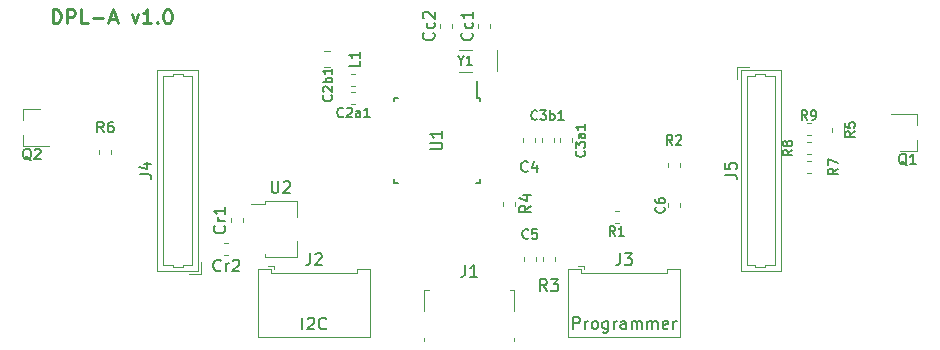
<source format=gto>
G04 #@! TF.GenerationSoftware,KiCad,Pcbnew,5.99.0-unknown-c7daca1~86~ubuntu18.04.1*
G04 #@! TF.CreationDate,2020-03-26T16:36:09-03:00*
G04 #@! TF.ProjectId,DPL,44504c2e-6b69-4636-9164-5f7063625858,rev?*
G04 #@! TF.SameCoordinates,Original*
G04 #@! TF.FileFunction,Legend,Top*
G04 #@! TF.FilePolarity,Positive*
%FSLAX46Y46*%
G04 Gerber Fmt 4.6, Leading zero omitted, Abs format (unit mm)*
G04 Created by KiCad (PCBNEW 5.99.0-unknown-c7daca1~86~ubuntu18.04.1) date 2020-03-26 16:36:09*
%MOMM*%
%LPD*%
G01*
G04 APERTURE LIST*
%ADD10C,0.120000*%
%ADD11C,0.150000*%
%ADD12C,0.250000*%
G04 APERTURE END LIST*
D10*
X131621267Y-122840000D02*
X131278733Y-122840000D01*
X131621267Y-123860000D02*
X131278733Y-123860000D01*
X159110000Y-143560000D02*
X154375000Y-143560000D01*
X159110000Y-137840000D02*
X159110000Y-143560000D01*
X158040000Y-137840000D02*
X159110000Y-137840000D01*
X158040000Y-138140000D02*
X158040000Y-137840000D01*
X154375000Y-138140000D02*
X158040000Y-138140000D01*
X149640000Y-143560000D02*
X154375000Y-143560000D01*
X149640000Y-137840000D02*
X149640000Y-143560000D01*
X150710000Y-137840000D02*
X149640000Y-137840000D01*
X150710000Y-138140000D02*
X150710000Y-137840000D01*
X154375000Y-138140000D02*
X150710000Y-138140000D01*
X151000000Y-137550000D02*
X150500000Y-137550000D01*
X151000000Y-137850000D02*
X151000000Y-137550000D01*
X132860000Y-143560000D02*
X128125000Y-143560000D01*
X132860000Y-137840000D02*
X132860000Y-143560000D01*
X131790000Y-137840000D02*
X132860000Y-137840000D01*
X131790000Y-138140000D02*
X131790000Y-137840000D01*
X128125000Y-138140000D02*
X131790000Y-138140000D01*
X123390000Y-143560000D02*
X128125000Y-143560000D01*
X123390000Y-137840000D02*
X123390000Y-143560000D01*
X124460000Y-137840000D02*
X123390000Y-137840000D01*
X124460000Y-138140000D02*
X124460000Y-137840000D01*
X128125000Y-138140000D02*
X124460000Y-138140000D01*
X124750000Y-137550000D02*
X124250000Y-137550000D01*
X124750000Y-137850000D02*
X124750000Y-137550000D01*
X137440000Y-143925000D02*
X137440000Y-143665000D01*
X137440000Y-141385000D02*
X137440000Y-139615000D01*
X137440000Y-139615000D02*
X137820000Y-139615000D01*
X145060000Y-139615000D02*
X145060000Y-141385000D01*
X145060000Y-143665000D02*
X145060000Y-143925000D01*
X145060000Y-139615000D02*
X144680000Y-139615000D01*
X143625000Y-121100000D02*
X143625000Y-119300000D01*
X141475000Y-119250000D02*
X140375000Y-119250000D01*
X141475000Y-121150000D02*
X140375000Y-121150000D01*
X123940000Y-136810000D02*
X123940000Y-136580000D01*
X123940000Y-132090000D02*
X123940000Y-132320000D01*
X123940000Y-132090000D02*
X126660000Y-132090000D01*
X126660000Y-132090000D02*
X126660000Y-133400000D01*
X122800000Y-132320000D02*
X123940000Y-132320000D01*
X126660000Y-136810000D02*
X123940000Y-136810000D01*
X126660000Y-135500000D02*
X126660000Y-136810000D01*
D11*
X141925000Y-123325000D02*
X141925000Y-121900000D01*
X142150000Y-130575000D02*
X142150000Y-130250000D01*
X134900000Y-130575000D02*
X134900000Y-130250000D01*
X134900000Y-123325000D02*
X134900000Y-123650000D01*
X142150000Y-123325000D02*
X142150000Y-123650000D01*
X134900000Y-123325000D02*
X135225000Y-123325000D01*
X134900000Y-130575000D02*
X135225000Y-130575000D01*
X142150000Y-130575000D02*
X141825000Y-130575000D01*
X142150000Y-123325000D02*
X141925000Y-123325000D01*
D10*
X169828733Y-126510000D02*
X170171267Y-126510000D01*
X169828733Y-125490000D02*
X170171267Y-125490000D01*
X169828733Y-128135000D02*
X170171267Y-128135000D01*
X169828733Y-127115000D02*
X170171267Y-127115000D01*
X169828733Y-129710000D02*
X170171267Y-129710000D01*
X169828733Y-128690000D02*
X170171267Y-128690000D01*
X109940000Y-127778733D02*
X109940000Y-128121267D01*
X110960000Y-127778733D02*
X110960000Y-128121267D01*
X171990000Y-125878733D02*
X171990000Y-126221267D01*
X173010000Y-125878733D02*
X173010000Y-126221267D01*
X144090000Y-132128733D02*
X144090000Y-132471267D01*
X145110000Y-132128733D02*
X145110000Y-132471267D01*
X148510000Y-137121267D02*
X148510000Y-136778733D01*
X147490000Y-137121267D02*
X147490000Y-136778733D01*
X158090000Y-128878733D02*
X158090000Y-129221267D01*
X159110000Y-128878733D02*
X159110000Y-129221267D01*
X153578733Y-133910000D02*
X153921267Y-133910000D01*
X153578733Y-132890000D02*
X153921267Y-132890000D01*
X103490000Y-124270000D02*
X104950000Y-124270000D01*
X103490000Y-127430000D02*
X105650000Y-127430000D01*
X103490000Y-127430000D02*
X103490000Y-126500000D01*
X103490000Y-124270000D02*
X103490000Y-125200000D01*
X179160000Y-127830000D02*
X177700000Y-127830000D01*
X179160000Y-124670000D02*
X177000000Y-124670000D01*
X179160000Y-124670000D02*
X179160000Y-125600000D01*
X179160000Y-127830000D02*
X179160000Y-126900000D01*
X129461252Y-119340000D02*
X128938748Y-119340000D01*
X129461252Y-120760000D02*
X128938748Y-120760000D01*
X163950000Y-120725000D02*
X163950000Y-121725000D01*
X163950000Y-120725000D02*
X164950000Y-120725000D01*
X167150000Y-137475000D02*
X167150000Y-129500000D01*
X166300000Y-137475000D02*
X167150000Y-137475000D01*
X166300000Y-137675000D02*
X166300000Y-137475000D01*
X165500000Y-137675000D02*
X166300000Y-137675000D01*
X165500000Y-137475000D02*
X165500000Y-137675000D01*
X164750000Y-137475000D02*
X165500000Y-137475000D01*
X164750000Y-129500000D02*
X164750000Y-137475000D01*
X167150000Y-121525000D02*
X167150000Y-129500000D01*
X166300000Y-121525000D02*
X167150000Y-121525000D01*
X166300000Y-121325000D02*
X166300000Y-121525000D01*
X165500000Y-121325000D02*
X166300000Y-121325000D01*
X165500000Y-121525000D02*
X165500000Y-121325000D01*
X164750000Y-121525000D02*
X165500000Y-121525000D01*
X164750000Y-129500000D02*
X164750000Y-121525000D01*
X167660000Y-137985000D02*
X167660000Y-121015000D01*
X164240000Y-137985000D02*
X167660000Y-137985000D01*
X164240000Y-121015000D02*
X164240000Y-137985000D01*
X167660000Y-121015000D02*
X164240000Y-121015000D01*
X118550000Y-138275000D02*
X118550000Y-137275000D01*
X118550000Y-138275000D02*
X117550000Y-138275000D01*
X115350000Y-121525000D02*
X115350000Y-129500000D01*
X116200000Y-121525000D02*
X115350000Y-121525000D01*
X116200000Y-121325000D02*
X116200000Y-121525000D01*
X117000000Y-121325000D02*
X116200000Y-121325000D01*
X117000000Y-121525000D02*
X117000000Y-121325000D01*
X117750000Y-121525000D02*
X117000000Y-121525000D01*
X117750000Y-129500000D02*
X117750000Y-121525000D01*
X115350000Y-137475000D02*
X115350000Y-129500000D01*
X116200000Y-137475000D02*
X115350000Y-137475000D01*
X116200000Y-137675000D02*
X116200000Y-137475000D01*
X117000000Y-137675000D02*
X116200000Y-137675000D01*
X117000000Y-137475000D02*
X117000000Y-137675000D01*
X117750000Y-137475000D02*
X117000000Y-137475000D01*
X117750000Y-129500000D02*
X117750000Y-137475000D01*
X114840000Y-121015000D02*
X114840000Y-137985000D01*
X118260000Y-121015000D02*
X114840000Y-121015000D01*
X118260000Y-137985000D02*
X118260000Y-121015000D01*
X114840000Y-137985000D02*
X118260000Y-137985000D01*
X120871267Y-135640000D02*
X120528733Y-135640000D01*
X120871267Y-136660000D02*
X120528733Y-136660000D01*
X122110000Y-133871267D02*
X122110000Y-133528733D01*
X121090000Y-133871267D02*
X121090000Y-133528733D01*
X139810000Y-117421267D02*
X139810000Y-117078733D01*
X138790000Y-117421267D02*
X138790000Y-117078733D01*
X143060000Y-117421267D02*
X143060000Y-117078733D01*
X142040000Y-117421267D02*
X142040000Y-117078733D01*
X147390000Y-126778733D02*
X147390000Y-127121267D01*
X148410000Y-126778733D02*
X148410000Y-127121267D01*
X148940000Y-126778733D02*
X148940000Y-127121267D01*
X149960000Y-126778733D02*
X149960000Y-127121267D01*
X131621267Y-121290000D02*
X131278733Y-121290000D01*
X131621267Y-122310000D02*
X131278733Y-122310000D01*
X158090000Y-132253733D02*
X158090000Y-132596267D01*
X159110000Y-132253733D02*
X159110000Y-132596267D01*
X146910000Y-137121267D02*
X146910000Y-136778733D01*
X145890000Y-137121267D02*
X145890000Y-136778733D01*
X145840000Y-126778733D02*
X145840000Y-127121267D01*
X146860000Y-126778733D02*
X146860000Y-127121267D01*
D12*
X106000000Y-117042857D02*
X106000000Y-115842857D01*
X106285714Y-115842857D01*
X106457142Y-115900000D01*
X106571428Y-116014285D01*
X106628571Y-116128571D01*
X106685714Y-116357142D01*
X106685714Y-116528571D01*
X106628571Y-116757142D01*
X106571428Y-116871428D01*
X106457142Y-116985714D01*
X106285714Y-117042857D01*
X106000000Y-117042857D01*
X107200000Y-117042857D02*
X107200000Y-115842857D01*
X107657142Y-115842857D01*
X107771428Y-115900000D01*
X107828571Y-115957142D01*
X107885714Y-116071428D01*
X107885714Y-116242857D01*
X107828571Y-116357142D01*
X107771428Y-116414285D01*
X107657142Y-116471428D01*
X107200000Y-116471428D01*
X108971428Y-117042857D02*
X108400000Y-117042857D01*
X108400000Y-115842857D01*
X109371428Y-116585714D02*
X110285714Y-116585714D01*
X110800000Y-116700000D02*
X111371428Y-116700000D01*
X110685714Y-117042857D02*
X111085714Y-115842857D01*
X111485714Y-117042857D01*
X112685714Y-116242857D02*
X112971428Y-117042857D01*
X113257142Y-116242857D01*
X114342857Y-117042857D02*
X113657142Y-117042857D01*
X114000000Y-117042857D02*
X114000000Y-115842857D01*
X113885714Y-116014285D01*
X113771428Y-116128571D01*
X113657142Y-116185714D01*
X114857142Y-116928571D02*
X114914285Y-116985714D01*
X114857142Y-117042857D01*
X114800000Y-116985714D01*
X114857142Y-116928571D01*
X114857142Y-117042857D01*
X115657142Y-115842857D02*
X115771428Y-115842857D01*
X115885714Y-115900000D01*
X115942857Y-115957142D01*
X116000000Y-116071428D01*
X116057142Y-116300000D01*
X116057142Y-116585714D01*
X116000000Y-116814285D01*
X115942857Y-116928571D01*
X115885714Y-116985714D01*
X115771428Y-117042857D01*
X115657142Y-117042857D01*
X115542857Y-116985714D01*
X115485714Y-116928571D01*
X115428571Y-116814285D01*
X115371428Y-116585714D01*
X115371428Y-116300000D01*
X115428571Y-116071428D01*
X115485714Y-115957142D01*
X115542857Y-115900000D01*
X115657142Y-115842857D01*
D11*
X130573809Y-124885714D02*
X130535714Y-124923809D01*
X130421428Y-124961904D01*
X130345238Y-124961904D01*
X130230952Y-124923809D01*
X130154761Y-124847619D01*
X130116666Y-124771428D01*
X130078571Y-124619047D01*
X130078571Y-124504761D01*
X130116666Y-124352380D01*
X130154761Y-124276190D01*
X130230952Y-124200000D01*
X130345238Y-124161904D01*
X130421428Y-124161904D01*
X130535714Y-124200000D01*
X130573809Y-124238095D01*
X130878571Y-124238095D02*
X130916666Y-124200000D01*
X130992857Y-124161904D01*
X131183333Y-124161904D01*
X131259523Y-124200000D01*
X131297619Y-124238095D01*
X131335714Y-124314285D01*
X131335714Y-124390476D01*
X131297619Y-124504761D01*
X130840476Y-124961904D01*
X131335714Y-124961904D01*
X132021428Y-124961904D02*
X132021428Y-124542857D01*
X131983333Y-124466666D01*
X131907142Y-124428571D01*
X131754761Y-124428571D01*
X131678571Y-124466666D01*
X132021428Y-124923809D02*
X131945238Y-124961904D01*
X131754761Y-124961904D01*
X131678571Y-124923809D01*
X131640476Y-124847619D01*
X131640476Y-124771428D01*
X131678571Y-124695238D01*
X131754761Y-124657142D01*
X131945238Y-124657142D01*
X132021428Y-124619047D01*
X132821428Y-124961904D02*
X132364285Y-124961904D01*
X132592857Y-124961904D02*
X132592857Y-124161904D01*
X132516666Y-124276190D01*
X132440476Y-124352380D01*
X132364285Y-124390476D01*
X154036666Y-136502380D02*
X154036666Y-137216666D01*
X153989047Y-137359523D01*
X153893809Y-137454761D01*
X153750952Y-137502380D01*
X153655714Y-137502380D01*
X154417619Y-136502380D02*
X155036666Y-136502380D01*
X154703333Y-136883333D01*
X154846190Y-136883333D01*
X154941428Y-136930952D01*
X154989047Y-136978571D01*
X155036666Y-137073809D01*
X155036666Y-137311904D01*
X154989047Y-137407142D01*
X154941428Y-137454761D01*
X154846190Y-137502380D01*
X154560476Y-137502380D01*
X154465238Y-137454761D01*
X154417619Y-137407142D01*
X150060476Y-142902380D02*
X150060476Y-141902380D01*
X150441428Y-141902380D01*
X150536666Y-141950000D01*
X150584285Y-141997619D01*
X150631904Y-142092857D01*
X150631904Y-142235714D01*
X150584285Y-142330952D01*
X150536666Y-142378571D01*
X150441428Y-142426190D01*
X150060476Y-142426190D01*
X151060476Y-142902380D02*
X151060476Y-142235714D01*
X151060476Y-142426190D02*
X151108095Y-142330952D01*
X151155714Y-142283333D01*
X151250952Y-142235714D01*
X151346190Y-142235714D01*
X151822380Y-142902380D02*
X151727142Y-142854761D01*
X151679523Y-142807142D01*
X151631904Y-142711904D01*
X151631904Y-142426190D01*
X151679523Y-142330952D01*
X151727142Y-142283333D01*
X151822380Y-142235714D01*
X151965238Y-142235714D01*
X152060476Y-142283333D01*
X152108095Y-142330952D01*
X152155714Y-142426190D01*
X152155714Y-142711904D01*
X152108095Y-142807142D01*
X152060476Y-142854761D01*
X151965238Y-142902380D01*
X151822380Y-142902380D01*
X153012857Y-142235714D02*
X153012857Y-143045238D01*
X152965238Y-143140476D01*
X152917619Y-143188095D01*
X152822380Y-143235714D01*
X152679523Y-143235714D01*
X152584285Y-143188095D01*
X153012857Y-142854761D02*
X152917619Y-142902380D01*
X152727142Y-142902380D01*
X152631904Y-142854761D01*
X152584285Y-142807142D01*
X152536666Y-142711904D01*
X152536666Y-142426190D01*
X152584285Y-142330952D01*
X152631904Y-142283333D01*
X152727142Y-142235714D01*
X152917619Y-142235714D01*
X153012857Y-142283333D01*
X153489047Y-142902380D02*
X153489047Y-142235714D01*
X153489047Y-142426190D02*
X153536666Y-142330952D01*
X153584285Y-142283333D01*
X153679523Y-142235714D01*
X153774761Y-142235714D01*
X154536666Y-142902380D02*
X154536666Y-142378571D01*
X154489047Y-142283333D01*
X154393809Y-142235714D01*
X154203333Y-142235714D01*
X154108095Y-142283333D01*
X154536666Y-142854761D02*
X154441428Y-142902380D01*
X154203333Y-142902380D01*
X154108095Y-142854761D01*
X154060476Y-142759523D01*
X154060476Y-142664285D01*
X154108095Y-142569047D01*
X154203333Y-142521428D01*
X154441428Y-142521428D01*
X154536666Y-142473809D01*
X155012857Y-142902380D02*
X155012857Y-142235714D01*
X155012857Y-142330952D02*
X155060476Y-142283333D01*
X155155714Y-142235714D01*
X155298571Y-142235714D01*
X155393809Y-142283333D01*
X155441428Y-142378571D01*
X155441428Y-142902380D01*
X155441428Y-142378571D02*
X155489047Y-142283333D01*
X155584285Y-142235714D01*
X155727142Y-142235714D01*
X155822380Y-142283333D01*
X155870000Y-142378571D01*
X155870000Y-142902380D01*
X156346190Y-142902380D02*
X156346190Y-142235714D01*
X156346190Y-142330952D02*
X156393809Y-142283333D01*
X156489047Y-142235714D01*
X156631904Y-142235714D01*
X156727142Y-142283333D01*
X156774761Y-142378571D01*
X156774761Y-142902380D01*
X156774761Y-142378571D02*
X156822380Y-142283333D01*
X156917619Y-142235714D01*
X157060476Y-142235714D01*
X157155714Y-142283333D01*
X157203333Y-142378571D01*
X157203333Y-142902380D01*
X158060476Y-142854761D02*
X157965238Y-142902380D01*
X157774761Y-142902380D01*
X157679523Y-142854761D01*
X157631904Y-142759523D01*
X157631904Y-142378571D01*
X157679523Y-142283333D01*
X157774761Y-142235714D01*
X157965238Y-142235714D01*
X158060476Y-142283333D01*
X158108095Y-142378571D01*
X158108095Y-142473809D01*
X157631904Y-142569047D01*
X158536666Y-142902380D02*
X158536666Y-142235714D01*
X158536666Y-142426190D02*
X158584285Y-142330952D01*
X158631904Y-142283333D01*
X158727142Y-142235714D01*
X158822380Y-142235714D01*
X127786666Y-136502380D02*
X127786666Y-137216666D01*
X127739047Y-137359523D01*
X127643809Y-137454761D01*
X127500952Y-137502380D01*
X127405714Y-137502380D01*
X128215238Y-136597619D02*
X128262857Y-136550000D01*
X128358095Y-136502380D01*
X128596190Y-136502380D01*
X128691428Y-136550000D01*
X128739047Y-136597619D01*
X128786666Y-136692857D01*
X128786666Y-136788095D01*
X128739047Y-136930952D01*
X128167619Y-137502380D01*
X128786666Y-137502380D01*
X127143809Y-142952380D02*
X127143809Y-141952380D01*
X127572380Y-142047619D02*
X127620000Y-142000000D01*
X127715238Y-141952380D01*
X127953333Y-141952380D01*
X128048571Y-142000000D01*
X128096190Y-142047619D01*
X128143809Y-142142857D01*
X128143809Y-142238095D01*
X128096190Y-142380952D01*
X127524761Y-142952380D01*
X128143809Y-142952380D01*
X129143809Y-142857142D02*
X129096190Y-142904761D01*
X128953333Y-142952380D01*
X128858095Y-142952380D01*
X128715238Y-142904761D01*
X128620000Y-142809523D01*
X128572380Y-142714285D01*
X128524761Y-142523809D01*
X128524761Y-142380952D01*
X128572380Y-142190476D01*
X128620000Y-142095238D01*
X128715238Y-142000000D01*
X128858095Y-141952380D01*
X128953333Y-141952380D01*
X129096190Y-142000000D01*
X129143809Y-142047619D01*
X140916666Y-137477380D02*
X140916666Y-138191666D01*
X140869047Y-138334523D01*
X140773809Y-138429761D01*
X140630952Y-138477380D01*
X140535714Y-138477380D01*
X141916666Y-138477380D02*
X141345238Y-138477380D01*
X141630952Y-138477380D02*
X141630952Y-137477380D01*
X141535714Y-137620238D01*
X141440476Y-137715476D01*
X141345238Y-137763095D01*
X140544047Y-120180952D02*
X140544047Y-120561904D01*
X140277380Y-119761904D02*
X140544047Y-120180952D01*
X140810714Y-119761904D01*
X141496428Y-120561904D02*
X141039285Y-120561904D01*
X141267857Y-120561904D02*
X141267857Y-119761904D01*
X141191666Y-119876190D01*
X141115476Y-119952380D01*
X141039285Y-119990476D01*
X124538095Y-130402380D02*
X124538095Y-131211904D01*
X124585714Y-131307142D01*
X124633333Y-131354761D01*
X124728571Y-131402380D01*
X124919047Y-131402380D01*
X125014285Y-131354761D01*
X125061904Y-131307142D01*
X125109523Y-131211904D01*
X125109523Y-130402380D01*
X125538095Y-130497619D02*
X125585714Y-130450000D01*
X125680952Y-130402380D01*
X125919047Y-130402380D01*
X126014285Y-130450000D01*
X126061904Y-130497619D01*
X126109523Y-130592857D01*
X126109523Y-130688095D01*
X126061904Y-130830952D01*
X125490476Y-131402380D01*
X126109523Y-131402380D01*
X137967380Y-127711904D02*
X138776904Y-127711904D01*
X138872142Y-127664285D01*
X138919761Y-127616666D01*
X138967380Y-127521428D01*
X138967380Y-127330952D01*
X138919761Y-127235714D01*
X138872142Y-127188095D01*
X138776904Y-127140476D01*
X137967380Y-127140476D01*
X138967380Y-126140476D02*
X138967380Y-126711904D01*
X138967380Y-126426190D02*
X137967380Y-126426190D01*
X138110238Y-126521428D01*
X138205476Y-126616666D01*
X138253095Y-126711904D01*
X169866666Y-125186904D02*
X169600000Y-124805952D01*
X169409523Y-125186904D02*
X169409523Y-124386904D01*
X169714285Y-124386904D01*
X169790476Y-124425000D01*
X169828571Y-124463095D01*
X169866666Y-124539285D01*
X169866666Y-124653571D01*
X169828571Y-124729761D01*
X169790476Y-124767857D01*
X169714285Y-124805952D01*
X169409523Y-124805952D01*
X170247619Y-125186904D02*
X170400000Y-125186904D01*
X170476190Y-125148809D01*
X170514285Y-125110714D01*
X170590476Y-124996428D01*
X170628571Y-124844047D01*
X170628571Y-124539285D01*
X170590476Y-124463095D01*
X170552380Y-124425000D01*
X170476190Y-124386904D01*
X170323809Y-124386904D01*
X170247619Y-124425000D01*
X170209523Y-124463095D01*
X170171428Y-124539285D01*
X170171428Y-124729761D01*
X170209523Y-124805952D01*
X170247619Y-124844047D01*
X170323809Y-124882142D01*
X170476190Y-124882142D01*
X170552380Y-124844047D01*
X170590476Y-124805952D01*
X170628571Y-124729761D01*
X168611904Y-127758333D02*
X168230952Y-128025000D01*
X168611904Y-128215476D02*
X167811904Y-128215476D01*
X167811904Y-127910714D01*
X167850000Y-127834523D01*
X167888095Y-127796428D01*
X167964285Y-127758333D01*
X168078571Y-127758333D01*
X168154761Y-127796428D01*
X168192857Y-127834523D01*
X168230952Y-127910714D01*
X168230952Y-128215476D01*
X168154761Y-127301190D02*
X168116666Y-127377380D01*
X168078571Y-127415476D01*
X168002380Y-127453571D01*
X167964285Y-127453571D01*
X167888095Y-127415476D01*
X167850000Y-127377380D01*
X167811904Y-127301190D01*
X167811904Y-127148809D01*
X167850000Y-127072619D01*
X167888095Y-127034523D01*
X167964285Y-126996428D01*
X168002380Y-126996428D01*
X168078571Y-127034523D01*
X168116666Y-127072619D01*
X168154761Y-127148809D01*
X168154761Y-127301190D01*
X168192857Y-127377380D01*
X168230952Y-127415476D01*
X168307142Y-127453571D01*
X168459523Y-127453571D01*
X168535714Y-127415476D01*
X168573809Y-127377380D01*
X168611904Y-127301190D01*
X168611904Y-127148809D01*
X168573809Y-127072619D01*
X168535714Y-127034523D01*
X168459523Y-126996428D01*
X168307142Y-126996428D01*
X168230952Y-127034523D01*
X168192857Y-127072619D01*
X168154761Y-127148809D01*
X172461904Y-129333333D02*
X172080952Y-129600000D01*
X172461904Y-129790476D02*
X171661904Y-129790476D01*
X171661904Y-129485714D01*
X171700000Y-129409523D01*
X171738095Y-129371428D01*
X171814285Y-129333333D01*
X171928571Y-129333333D01*
X172004761Y-129371428D01*
X172042857Y-129409523D01*
X172080952Y-129485714D01*
X172080952Y-129790476D01*
X171661904Y-129066666D02*
X171661904Y-128533333D01*
X172461904Y-128876190D01*
X110300000Y-126257142D02*
X110000000Y-125828571D01*
X109785714Y-126257142D02*
X109785714Y-125357142D01*
X110128571Y-125357142D01*
X110214285Y-125400000D01*
X110257142Y-125442857D01*
X110300000Y-125528571D01*
X110300000Y-125657142D01*
X110257142Y-125742857D01*
X110214285Y-125785714D01*
X110128571Y-125828571D01*
X109785714Y-125828571D01*
X111071428Y-125357142D02*
X110900000Y-125357142D01*
X110814285Y-125400000D01*
X110771428Y-125442857D01*
X110685714Y-125571428D01*
X110642857Y-125742857D01*
X110642857Y-126085714D01*
X110685714Y-126171428D01*
X110728571Y-126214285D01*
X110814285Y-126257142D01*
X110985714Y-126257142D01*
X111071428Y-126214285D01*
X111114285Y-126171428D01*
X111157142Y-126085714D01*
X111157142Y-125871428D01*
X111114285Y-125785714D01*
X111071428Y-125742857D01*
X110985714Y-125700000D01*
X110814285Y-125700000D01*
X110728571Y-125742857D01*
X110685714Y-125785714D01*
X110642857Y-125871428D01*
X173911904Y-126183333D02*
X173530952Y-126450000D01*
X173911904Y-126640476D02*
X173111904Y-126640476D01*
X173111904Y-126335714D01*
X173150000Y-126259523D01*
X173188095Y-126221428D01*
X173264285Y-126183333D01*
X173378571Y-126183333D01*
X173454761Y-126221428D01*
X173492857Y-126259523D01*
X173530952Y-126335714D01*
X173530952Y-126640476D01*
X173111904Y-125459523D02*
X173111904Y-125840476D01*
X173492857Y-125878571D01*
X173454761Y-125840476D01*
X173416666Y-125764285D01*
X173416666Y-125573809D01*
X173454761Y-125497619D01*
X173492857Y-125459523D01*
X173569047Y-125421428D01*
X173759523Y-125421428D01*
X173835714Y-125459523D01*
X173873809Y-125497619D01*
X173911904Y-125573809D01*
X173911904Y-125764285D01*
X173873809Y-125840476D01*
X173835714Y-125878571D01*
X146482380Y-132466666D02*
X146006190Y-132800000D01*
X146482380Y-133038095D02*
X145482380Y-133038095D01*
X145482380Y-132657142D01*
X145530000Y-132561904D01*
X145577619Y-132514285D01*
X145672857Y-132466666D01*
X145815714Y-132466666D01*
X145910952Y-132514285D01*
X145958571Y-132561904D01*
X146006190Y-132657142D01*
X146006190Y-133038095D01*
X145815714Y-131609523D02*
X146482380Y-131609523D01*
X145434761Y-131847619D02*
X146149047Y-132085714D01*
X146149047Y-131466666D01*
X147833333Y-139702380D02*
X147500000Y-139226190D01*
X147261904Y-139702380D02*
X147261904Y-138702380D01*
X147642857Y-138702380D01*
X147738095Y-138750000D01*
X147785714Y-138797619D01*
X147833333Y-138892857D01*
X147833333Y-139035714D01*
X147785714Y-139130952D01*
X147738095Y-139178571D01*
X147642857Y-139226190D01*
X147261904Y-139226190D01*
X148166666Y-138702380D02*
X148785714Y-138702380D01*
X148452380Y-139083333D01*
X148595238Y-139083333D01*
X148690476Y-139130952D01*
X148738095Y-139178571D01*
X148785714Y-139273809D01*
X148785714Y-139511904D01*
X148738095Y-139607142D01*
X148690476Y-139654761D01*
X148595238Y-139702380D01*
X148309523Y-139702380D01*
X148214285Y-139654761D01*
X148166666Y-139607142D01*
X158466666Y-127311904D02*
X158200000Y-126930952D01*
X158009523Y-127311904D02*
X158009523Y-126511904D01*
X158314285Y-126511904D01*
X158390476Y-126550000D01*
X158428571Y-126588095D01*
X158466666Y-126664285D01*
X158466666Y-126778571D01*
X158428571Y-126854761D01*
X158390476Y-126892857D01*
X158314285Y-126930952D01*
X158009523Y-126930952D01*
X158771428Y-126588095D02*
X158809523Y-126550000D01*
X158885714Y-126511904D01*
X159076190Y-126511904D01*
X159152380Y-126550000D01*
X159190476Y-126588095D01*
X159228571Y-126664285D01*
X159228571Y-126740476D01*
X159190476Y-126854761D01*
X158733333Y-127311904D01*
X159228571Y-127311904D01*
X153616666Y-135011904D02*
X153350000Y-134630952D01*
X153159523Y-135011904D02*
X153159523Y-134211904D01*
X153464285Y-134211904D01*
X153540476Y-134250000D01*
X153578571Y-134288095D01*
X153616666Y-134364285D01*
X153616666Y-134478571D01*
X153578571Y-134554761D01*
X153540476Y-134592857D01*
X153464285Y-134630952D01*
X153159523Y-134630952D01*
X154378571Y-135011904D02*
X153921428Y-135011904D01*
X154150000Y-135011904D02*
X154150000Y-134211904D01*
X154073809Y-134326190D01*
X153997619Y-134402380D01*
X153921428Y-134440476D01*
X104164285Y-128642857D02*
X104078571Y-128600000D01*
X103992857Y-128514285D01*
X103864285Y-128385714D01*
X103778571Y-128342857D01*
X103692857Y-128342857D01*
X103735714Y-128557142D02*
X103650000Y-128514285D01*
X103564285Y-128428571D01*
X103521428Y-128257142D01*
X103521428Y-127957142D01*
X103564285Y-127785714D01*
X103650000Y-127700000D01*
X103735714Y-127657142D01*
X103907142Y-127657142D01*
X103992857Y-127700000D01*
X104078571Y-127785714D01*
X104121428Y-127957142D01*
X104121428Y-128257142D01*
X104078571Y-128428571D01*
X103992857Y-128514285D01*
X103907142Y-128557142D01*
X103735714Y-128557142D01*
X104464285Y-127742857D02*
X104507142Y-127700000D01*
X104592857Y-127657142D01*
X104807142Y-127657142D01*
X104892857Y-127700000D01*
X104935714Y-127742857D01*
X104978571Y-127828571D01*
X104978571Y-127914285D01*
X104935714Y-128042857D01*
X104421428Y-128557142D01*
X104978571Y-128557142D01*
X178314285Y-129042857D02*
X178228571Y-129000000D01*
X178142857Y-128914285D01*
X178014285Y-128785714D01*
X177928571Y-128742857D01*
X177842857Y-128742857D01*
X177885714Y-128957142D02*
X177800000Y-128914285D01*
X177714285Y-128828571D01*
X177671428Y-128657142D01*
X177671428Y-128357142D01*
X177714285Y-128185714D01*
X177800000Y-128100000D01*
X177885714Y-128057142D01*
X178057142Y-128057142D01*
X178142857Y-128100000D01*
X178228571Y-128185714D01*
X178271428Y-128357142D01*
X178271428Y-128657142D01*
X178228571Y-128828571D01*
X178142857Y-128914285D01*
X178057142Y-128957142D01*
X177885714Y-128957142D01*
X179128571Y-128957142D02*
X178614285Y-128957142D01*
X178871428Y-128957142D02*
X178871428Y-128057142D01*
X178785714Y-128185714D01*
X178700000Y-128271428D01*
X178614285Y-128314285D01*
X132007142Y-120200000D02*
X132007142Y-120628571D01*
X131107142Y-120628571D01*
X132007142Y-119428571D02*
X132007142Y-119942857D01*
X132007142Y-119685714D02*
X131107142Y-119685714D01*
X131235714Y-119771428D01*
X131321428Y-119857142D01*
X131364285Y-119942857D01*
X162902380Y-129833333D02*
X163616666Y-129833333D01*
X163759523Y-129880952D01*
X163854761Y-129976190D01*
X163902380Y-130119047D01*
X163902380Y-130214285D01*
X162902380Y-128880952D02*
X162902380Y-129357142D01*
X163378571Y-129404761D01*
X163330952Y-129357142D01*
X163283333Y-129261904D01*
X163283333Y-129023809D01*
X163330952Y-128928571D01*
X163378571Y-128880952D01*
X163473809Y-128833333D01*
X163711904Y-128833333D01*
X163807142Y-128880952D01*
X163854761Y-128928571D01*
X163902380Y-129023809D01*
X163902380Y-129261904D01*
X163854761Y-129357142D01*
X163807142Y-129404761D01*
X113352380Y-129828333D02*
X114066666Y-129828333D01*
X114209523Y-129875952D01*
X114304761Y-129971190D01*
X114352380Y-130114047D01*
X114352380Y-130209285D01*
X113685714Y-128923571D02*
X114352380Y-128923571D01*
X113304761Y-129161666D02*
X114019047Y-129399761D01*
X114019047Y-128780714D01*
X120223809Y-137937142D02*
X120176190Y-137984761D01*
X120033333Y-138032380D01*
X119938095Y-138032380D01*
X119795238Y-137984761D01*
X119700000Y-137889523D01*
X119652380Y-137794285D01*
X119604761Y-137603809D01*
X119604761Y-137460952D01*
X119652380Y-137270476D01*
X119700000Y-137175238D01*
X119795238Y-137080000D01*
X119938095Y-137032380D01*
X120033333Y-137032380D01*
X120176190Y-137080000D01*
X120223809Y-137127619D01*
X120652380Y-138032380D02*
X120652380Y-137365714D01*
X120652380Y-137556190D02*
X120700000Y-137460952D01*
X120747619Y-137413333D01*
X120842857Y-137365714D01*
X120938095Y-137365714D01*
X121223809Y-137127619D02*
X121271428Y-137080000D01*
X121366666Y-137032380D01*
X121604761Y-137032380D01*
X121700000Y-137080000D01*
X121747619Y-137127619D01*
X121795238Y-137222857D01*
X121795238Y-137318095D01*
X121747619Y-137460952D01*
X121176190Y-138032380D01*
X121795238Y-138032380D01*
X120527142Y-134176190D02*
X120574761Y-134223809D01*
X120622380Y-134366666D01*
X120622380Y-134461904D01*
X120574761Y-134604761D01*
X120479523Y-134700000D01*
X120384285Y-134747619D01*
X120193809Y-134795238D01*
X120050952Y-134795238D01*
X119860476Y-134747619D01*
X119765238Y-134700000D01*
X119670000Y-134604761D01*
X119622380Y-134461904D01*
X119622380Y-134366666D01*
X119670000Y-134223809D01*
X119717619Y-134176190D01*
X120622380Y-133747619D02*
X119955714Y-133747619D01*
X120146190Y-133747619D02*
X120050952Y-133700000D01*
X120003333Y-133652380D01*
X119955714Y-133557142D01*
X119955714Y-133461904D01*
X120622380Y-132604761D02*
X120622380Y-133176190D01*
X120622380Y-132890476D02*
X119622380Y-132890476D01*
X119765238Y-132985714D01*
X119860476Y-133080952D01*
X119908095Y-133176190D01*
X138227142Y-117845238D02*
X138274761Y-117892857D01*
X138322380Y-118035714D01*
X138322380Y-118130952D01*
X138274761Y-118273809D01*
X138179523Y-118369047D01*
X138084285Y-118416666D01*
X137893809Y-118464285D01*
X137750952Y-118464285D01*
X137560476Y-118416666D01*
X137465238Y-118369047D01*
X137370000Y-118273809D01*
X137322380Y-118130952D01*
X137322380Y-118035714D01*
X137370000Y-117892857D01*
X137417619Y-117845238D01*
X138274761Y-116988095D02*
X138322380Y-117083333D01*
X138322380Y-117273809D01*
X138274761Y-117369047D01*
X138227142Y-117416666D01*
X138131904Y-117464285D01*
X137846190Y-117464285D01*
X137750952Y-117416666D01*
X137703333Y-117369047D01*
X137655714Y-117273809D01*
X137655714Y-117083333D01*
X137703333Y-116988095D01*
X137417619Y-116607142D02*
X137370000Y-116559523D01*
X137322380Y-116464285D01*
X137322380Y-116226190D01*
X137370000Y-116130952D01*
X137417619Y-116083333D01*
X137512857Y-116035714D01*
X137608095Y-116035714D01*
X137750952Y-116083333D01*
X138322380Y-116654761D01*
X138322380Y-116035714D01*
X141477142Y-117845238D02*
X141524761Y-117892857D01*
X141572380Y-118035714D01*
X141572380Y-118130952D01*
X141524761Y-118273809D01*
X141429523Y-118369047D01*
X141334285Y-118416666D01*
X141143809Y-118464285D01*
X141000952Y-118464285D01*
X140810476Y-118416666D01*
X140715238Y-118369047D01*
X140620000Y-118273809D01*
X140572380Y-118130952D01*
X140572380Y-118035714D01*
X140620000Y-117892857D01*
X140667619Y-117845238D01*
X141524761Y-116988095D02*
X141572380Y-117083333D01*
X141572380Y-117273809D01*
X141524761Y-117369047D01*
X141477142Y-117416666D01*
X141381904Y-117464285D01*
X141096190Y-117464285D01*
X141000952Y-117416666D01*
X140953333Y-117369047D01*
X140905714Y-117273809D01*
X140905714Y-117083333D01*
X140953333Y-116988095D01*
X141572380Y-116035714D02*
X141572380Y-116607142D01*
X141572380Y-116321428D02*
X140572380Y-116321428D01*
X140715238Y-116416666D01*
X140810476Y-116511904D01*
X140858095Y-116607142D01*
X147023809Y-125135714D02*
X146985714Y-125173809D01*
X146871428Y-125211904D01*
X146795238Y-125211904D01*
X146680952Y-125173809D01*
X146604761Y-125097619D01*
X146566666Y-125021428D01*
X146528571Y-124869047D01*
X146528571Y-124754761D01*
X146566666Y-124602380D01*
X146604761Y-124526190D01*
X146680952Y-124450000D01*
X146795238Y-124411904D01*
X146871428Y-124411904D01*
X146985714Y-124450000D01*
X147023809Y-124488095D01*
X147290476Y-124411904D02*
X147785714Y-124411904D01*
X147519047Y-124716666D01*
X147633333Y-124716666D01*
X147709523Y-124754761D01*
X147747619Y-124792857D01*
X147785714Y-124869047D01*
X147785714Y-125059523D01*
X147747619Y-125135714D01*
X147709523Y-125173809D01*
X147633333Y-125211904D01*
X147404761Y-125211904D01*
X147328571Y-125173809D01*
X147290476Y-125135714D01*
X148128571Y-125211904D02*
X148128571Y-124411904D01*
X148128571Y-124716666D02*
X148204761Y-124678571D01*
X148357142Y-124678571D01*
X148433333Y-124716666D01*
X148471428Y-124754761D01*
X148509523Y-124830952D01*
X148509523Y-125059523D01*
X148471428Y-125135714D01*
X148433333Y-125173809D01*
X148357142Y-125211904D01*
X148204761Y-125211904D01*
X148128571Y-125173809D01*
X149271428Y-125211904D02*
X148814285Y-125211904D01*
X149042857Y-125211904D02*
X149042857Y-124411904D01*
X148966666Y-124526190D01*
X148890476Y-124602380D01*
X148814285Y-124640476D01*
X150985714Y-127826190D02*
X151023809Y-127864285D01*
X151061904Y-127978571D01*
X151061904Y-128054761D01*
X151023809Y-128169047D01*
X150947619Y-128245238D01*
X150871428Y-128283333D01*
X150719047Y-128321428D01*
X150604761Y-128321428D01*
X150452380Y-128283333D01*
X150376190Y-128245238D01*
X150300000Y-128169047D01*
X150261904Y-128054761D01*
X150261904Y-127978571D01*
X150300000Y-127864285D01*
X150338095Y-127826190D01*
X150261904Y-127559523D02*
X150261904Y-127064285D01*
X150566666Y-127330952D01*
X150566666Y-127216666D01*
X150604761Y-127140476D01*
X150642857Y-127102380D01*
X150719047Y-127064285D01*
X150909523Y-127064285D01*
X150985714Y-127102380D01*
X151023809Y-127140476D01*
X151061904Y-127216666D01*
X151061904Y-127445238D01*
X151023809Y-127521428D01*
X150985714Y-127559523D01*
X151061904Y-126378571D02*
X150642857Y-126378571D01*
X150566666Y-126416666D01*
X150528571Y-126492857D01*
X150528571Y-126645238D01*
X150566666Y-126721428D01*
X151023809Y-126378571D02*
X151061904Y-126454761D01*
X151061904Y-126645238D01*
X151023809Y-126721428D01*
X150947619Y-126759523D01*
X150871428Y-126759523D01*
X150795238Y-126721428D01*
X150757142Y-126645238D01*
X150757142Y-126454761D01*
X150719047Y-126378571D01*
X151061904Y-125578571D02*
X151061904Y-126035714D01*
X151061904Y-125807142D02*
X150261904Y-125807142D01*
X150376190Y-125883333D01*
X150452380Y-125959523D01*
X150490476Y-126035714D01*
X129585714Y-123126190D02*
X129623809Y-123164285D01*
X129661904Y-123278571D01*
X129661904Y-123354761D01*
X129623809Y-123469047D01*
X129547619Y-123545238D01*
X129471428Y-123583333D01*
X129319047Y-123621428D01*
X129204761Y-123621428D01*
X129052380Y-123583333D01*
X128976190Y-123545238D01*
X128900000Y-123469047D01*
X128861904Y-123354761D01*
X128861904Y-123278571D01*
X128900000Y-123164285D01*
X128938095Y-123126190D01*
X128938095Y-122821428D02*
X128900000Y-122783333D01*
X128861904Y-122707142D01*
X128861904Y-122516666D01*
X128900000Y-122440476D01*
X128938095Y-122402380D01*
X129014285Y-122364285D01*
X129090476Y-122364285D01*
X129204761Y-122402380D01*
X129661904Y-122859523D01*
X129661904Y-122364285D01*
X129661904Y-122021428D02*
X128861904Y-122021428D01*
X129166666Y-122021428D02*
X129128571Y-121945238D01*
X129128571Y-121792857D01*
X129166666Y-121716666D01*
X129204761Y-121678571D01*
X129280952Y-121640476D01*
X129509523Y-121640476D01*
X129585714Y-121678571D01*
X129623809Y-121716666D01*
X129661904Y-121792857D01*
X129661904Y-121945238D01*
X129623809Y-122021428D01*
X129661904Y-120878571D02*
X129661904Y-121335714D01*
X129661904Y-121107142D02*
X128861904Y-121107142D01*
X128976190Y-121183333D01*
X129052380Y-121259523D01*
X129090476Y-121335714D01*
X157735714Y-132583333D02*
X157773809Y-132621428D01*
X157811904Y-132735714D01*
X157811904Y-132811904D01*
X157773809Y-132926190D01*
X157697619Y-133002380D01*
X157621428Y-133040476D01*
X157469047Y-133078571D01*
X157354761Y-133078571D01*
X157202380Y-133040476D01*
X157126190Y-133002380D01*
X157050000Y-132926190D01*
X157011904Y-132811904D01*
X157011904Y-132735714D01*
X157050000Y-132621428D01*
X157088095Y-132583333D01*
X157011904Y-131897619D02*
X157011904Y-132050000D01*
X157050000Y-132126190D01*
X157088095Y-132164285D01*
X157202380Y-132240476D01*
X157354761Y-132278571D01*
X157659523Y-132278571D01*
X157735714Y-132240476D01*
X157773809Y-132202380D01*
X157811904Y-132126190D01*
X157811904Y-131973809D01*
X157773809Y-131897619D01*
X157735714Y-131859523D01*
X157659523Y-131821428D01*
X157469047Y-131821428D01*
X157392857Y-131859523D01*
X157354761Y-131897619D01*
X157316666Y-131973809D01*
X157316666Y-132126190D01*
X157354761Y-132202380D01*
X157392857Y-132240476D01*
X157469047Y-132278571D01*
X146266666Y-135185714D02*
X146228571Y-135223809D01*
X146114285Y-135261904D01*
X146038095Y-135261904D01*
X145923809Y-135223809D01*
X145847619Y-135147619D01*
X145809523Y-135071428D01*
X145771428Y-134919047D01*
X145771428Y-134804761D01*
X145809523Y-134652380D01*
X145847619Y-134576190D01*
X145923809Y-134500000D01*
X146038095Y-134461904D01*
X146114285Y-134461904D01*
X146228571Y-134500000D01*
X146266666Y-134538095D01*
X146990476Y-134461904D02*
X146609523Y-134461904D01*
X146571428Y-134842857D01*
X146609523Y-134804761D01*
X146685714Y-134766666D01*
X146876190Y-134766666D01*
X146952380Y-134804761D01*
X146990476Y-134842857D01*
X147028571Y-134919047D01*
X147028571Y-135109523D01*
X146990476Y-135185714D01*
X146952380Y-135223809D01*
X146876190Y-135261904D01*
X146685714Y-135261904D01*
X146609523Y-135223809D01*
X146571428Y-135185714D01*
X146200000Y-129521428D02*
X146157142Y-129564285D01*
X146028571Y-129607142D01*
X145942857Y-129607142D01*
X145814285Y-129564285D01*
X145728571Y-129478571D01*
X145685714Y-129392857D01*
X145642857Y-129221428D01*
X145642857Y-129092857D01*
X145685714Y-128921428D01*
X145728571Y-128835714D01*
X145814285Y-128750000D01*
X145942857Y-128707142D01*
X146028571Y-128707142D01*
X146157142Y-128750000D01*
X146200000Y-128792857D01*
X146971428Y-129007142D02*
X146971428Y-129607142D01*
X146757142Y-128664285D02*
X146542857Y-129307142D01*
X147100000Y-129307142D01*
M02*

</source>
